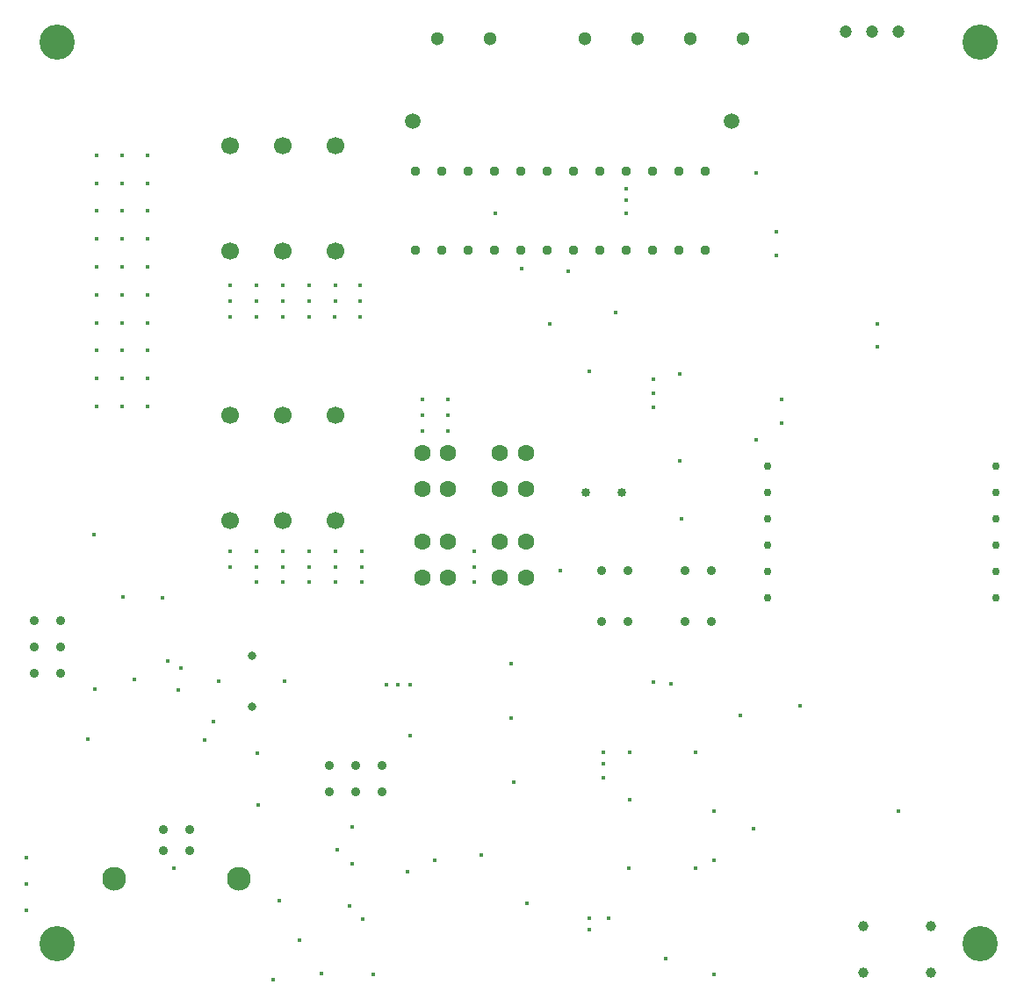
<source format=gbr>
%TF.GenerationSoftware,Altium Limited,Altium Designer,25.2.1 (25)*%
G04 Layer_Color=0*
%FSLAX43Y43*%
%MOMM*%
%TF.SameCoordinates,F5CB7E66-454E-439B-8716-0DC7987F3294*%
%TF.FilePolarity,Positive*%
%TF.FileFunction,Plated,1,4,PTH,Drill*%
%TF.Part,Single*%
G01*
G75*
%TA.AperFunction,ComponentDrill*%
%ADD139C,0.900*%
%ADD140C,1.600*%
%ADD141C,2.300*%
%ADD142C,1.000*%
%ADD143C,0.762*%
%ADD144C,1.700*%
%ADD145C,0.950*%
%ADD146C,1.300*%
%ADD147C,1.500*%
%ADD148C,0.900*%
%ADD149C,0.800*%
%ADD150C,1.200*%
%ADD151C,0.850*%
%TA.AperFunction,OtherDrill,Pad Free-X (93.5mm,4.5mm)*%
%ADD152C,3.400*%
%TA.AperFunction,OtherDrill,Pad Free-X (93.5mm,91.5mm)*%
%ADD153C,3.400*%
%TA.AperFunction,OtherDrill,Pad Free-X (4.5mm,91.5mm)*%
%ADD154C,3.400*%
%TA.AperFunction,OtherDrill,Pad Free-X (4.5mm,4.5mm)*%
%ADD155C,3.400*%
%TA.AperFunction,ViaDrill,NotFilled*%
%ADD156C,0.400*%
D139*
X57000Y40500D02*
D03*
X59540D02*
D03*
X67540Y40500D02*
D03*
X65000D02*
D03*
X57000Y35560D02*
D03*
X59540D02*
D03*
X65000D02*
D03*
X67540D02*
D03*
X14750Y15500D02*
D03*
X17250D02*
D03*
Y13500D02*
D03*
X14750D02*
D03*
X35814Y21717D02*
D03*
Y19177D02*
D03*
X33274Y21717D02*
D03*
Y19177D02*
D03*
X30734Y21717D02*
D03*
Y19177D02*
D03*
D140*
X42164Y51887D02*
D03*
X39664D02*
D03*
X42164Y48387D02*
D03*
X39664D02*
D03*
X42164Y43307D02*
D03*
X39664D02*
D03*
X42164Y39807D02*
D03*
X39664D02*
D03*
X47150D02*
D03*
X49650D02*
D03*
X47150Y43307D02*
D03*
X49650D02*
D03*
X47150Y48387D02*
D03*
X49650D02*
D03*
X47150Y51887D02*
D03*
X49650D02*
D03*
D141*
X22020Y10800D02*
D03*
X9980D02*
D03*
D142*
X82221Y1742D02*
D03*
X88721D02*
D03*
X82221Y6242D02*
D03*
X88721D02*
D03*
D143*
X72947Y42926D02*
D03*
X94947Y50546D02*
D03*
Y48006D02*
D03*
Y45466D02*
D03*
Y42926D02*
D03*
Y40386D02*
D03*
Y37846D02*
D03*
X72947Y50546D02*
D03*
Y48006D02*
D03*
Y45466D02*
D03*
Y40386D02*
D03*
Y37846D02*
D03*
D144*
X31300Y71300D02*
D03*
X26220D02*
D03*
X21140D02*
D03*
X31300Y81460D02*
D03*
X26220D02*
D03*
X21140D02*
D03*
X31300Y45300D02*
D03*
X26220D02*
D03*
X21140D02*
D03*
X31300Y55460D02*
D03*
X26220D02*
D03*
X21140D02*
D03*
D145*
X67000Y71374D02*
D03*
X64460D02*
D03*
X61920D02*
D03*
X59380D02*
D03*
X56840D02*
D03*
X54300D02*
D03*
X51760D02*
D03*
X49220D02*
D03*
X39060D02*
D03*
X41600D02*
D03*
X44140D02*
D03*
X46680D02*
D03*
X67000Y78994D02*
D03*
X64460D02*
D03*
X61920D02*
D03*
X59380D02*
D03*
X56840D02*
D03*
X54300D02*
D03*
X51760D02*
D03*
X49220D02*
D03*
X39060D02*
D03*
X41600D02*
D03*
X44140D02*
D03*
X46680D02*
D03*
D146*
X41148Y91821D02*
D03*
X46228D02*
D03*
X70580D02*
D03*
X65500D02*
D03*
X60420D02*
D03*
X55340D02*
D03*
D147*
X38763Y83820D02*
D03*
X69463D02*
D03*
D148*
X2286Y35687D02*
D03*
X4826D02*
D03*
X2286Y33147D02*
D03*
X4826D02*
D03*
X2286Y30607D02*
D03*
X4826D02*
D03*
D149*
X23241Y27411D02*
D03*
Y32291D02*
D03*
D150*
X85566Y92456D02*
D03*
X83026D02*
D03*
X80486D02*
D03*
D151*
X58950Y48018D02*
D03*
X55450D02*
D03*
D152*
X93500Y4500D02*
D03*
D153*
Y91500D02*
D03*
D154*
X4500D02*
D03*
D155*
Y4500D02*
D03*
D156*
X15748Y11811D02*
D03*
X64516Y51050D02*
D03*
X48260Y31496D02*
D03*
X58293Y65405D02*
D03*
X49276Y69596D02*
D03*
X85598Y17272D02*
D03*
X66040Y11811D02*
D03*
X59690Y22987D02*
D03*
X37338Y29464D02*
D03*
X38481Y24602D02*
D03*
X51943Y64262D02*
D03*
X52959Y40500D02*
D03*
X55753Y59690D02*
D03*
X61976Y58928D02*
D03*
X44700Y42370D02*
D03*
Y39370D02*
D03*
Y40870D02*
D03*
X48260Y26289D02*
D03*
X29972Y1651D02*
D03*
X18669Y24130D02*
D03*
X67818Y1524D02*
D03*
X40894Y12573D02*
D03*
X49784Y8382D02*
D03*
X61976Y29718D02*
D03*
Y56261D02*
D03*
Y57595D02*
D03*
X57150Y20500D02*
D03*
X70358Y26543D02*
D03*
X38481Y29464D02*
D03*
X36195D02*
D03*
X73787Y70866D02*
D03*
X32893Y15748D02*
D03*
X71882Y78867D02*
D03*
X73787Y73152D02*
D03*
X71882Y53086D02*
D03*
X74295Y54737D02*
D03*
Y57023D02*
D03*
X64516Y59436D02*
D03*
X76073Y27432D02*
D03*
X71628Y15621D02*
D03*
X67818Y12573D02*
D03*
X83566Y62103D02*
D03*
X25273Y1016D02*
D03*
X55753Y6985D02*
D03*
X27813Y4826D02*
D03*
X31496Y13589D02*
D03*
X32893Y12192D02*
D03*
X38275Y11430D02*
D03*
X32639Y8128D02*
D03*
X7433Y24257D02*
D03*
X23876Y17907D02*
D03*
X8001Y43942D02*
D03*
X11938Y29985D02*
D03*
X8128Y29083D02*
D03*
X53721Y69342D02*
D03*
X83566Y64262D02*
D03*
X59309Y77343D02*
D03*
Y76200D02*
D03*
X14600Y37910D02*
D03*
X10800Y37973D02*
D03*
X57150Y21844D02*
D03*
Y22987D02*
D03*
X59690Y18415D02*
D03*
X16129Y28956D02*
D03*
X19558Y25908D02*
D03*
X15113Y31750D02*
D03*
X16383Y31115D02*
D03*
X1524Y12827D02*
D03*
Y10287D02*
D03*
Y7747D02*
D03*
X26416Y29845D02*
D03*
X20066D02*
D03*
X23749Y22860D02*
D03*
X33926Y6858D02*
D03*
X55753Y5842D02*
D03*
X48514Y20066D02*
D03*
X64643Y45466D02*
D03*
X59309Y74930D02*
D03*
X46736D02*
D03*
X45339Y13081D02*
D03*
X63119Y3048D02*
D03*
X57658Y6985D02*
D03*
X67818Y17272D02*
D03*
X66040Y22987D02*
D03*
X59563Y11811D02*
D03*
X63627Y29591D02*
D03*
X34925Y1524D02*
D03*
X25908Y8636D02*
D03*
X8300Y75182D02*
D03*
Y61724D02*
D03*
Y67107D02*
D03*
Y72490D02*
D03*
Y64416D02*
D03*
Y69799D02*
D03*
Y59032D02*
D03*
Y56340D02*
D03*
Y77874D02*
D03*
Y80566D02*
D03*
X13200Y75182D02*
D03*
Y61724D02*
D03*
Y67107D02*
D03*
Y72490D02*
D03*
Y64416D02*
D03*
Y69799D02*
D03*
Y59032D02*
D03*
Y56340D02*
D03*
Y77874D02*
D03*
Y80566D02*
D03*
X10750D02*
D03*
Y77874D02*
D03*
Y56340D02*
D03*
Y59032D02*
D03*
Y69799D02*
D03*
Y64416D02*
D03*
Y72490D02*
D03*
Y67107D02*
D03*
Y61724D02*
D03*
Y75182D02*
D03*
X21140Y40870D02*
D03*
X31300D02*
D03*
X26220D02*
D03*
X28760D02*
D03*
X23680D02*
D03*
Y42370D02*
D03*
X28760D02*
D03*
X26220D02*
D03*
X31300D02*
D03*
X21140D02*
D03*
X23680Y39370D02*
D03*
X26220D02*
D03*
X31300D02*
D03*
X33840Y42370D02*
D03*
Y40870D02*
D03*
X28760Y39370D02*
D03*
X33840D02*
D03*
X42164Y54000D02*
D03*
X39664D02*
D03*
Y57000D02*
D03*
X42164D02*
D03*
Y55500D02*
D03*
X39664D02*
D03*
X33724Y65000D02*
D03*
X28760D02*
D03*
X33724Y66500D02*
D03*
Y68000D02*
D03*
X21140Y65000D02*
D03*
X31242D02*
D03*
X26220D02*
D03*
X23680D02*
D03*
X21140Y68000D02*
D03*
X31300D02*
D03*
X26220D02*
D03*
X28760D02*
D03*
X23680D02*
D03*
Y66500D02*
D03*
X28760D02*
D03*
X26220D02*
D03*
X31300D02*
D03*
X21140D02*
D03*
%TF.MD5,42732f64cf52dfe470a062f8cde16afb*%
M02*

</source>
